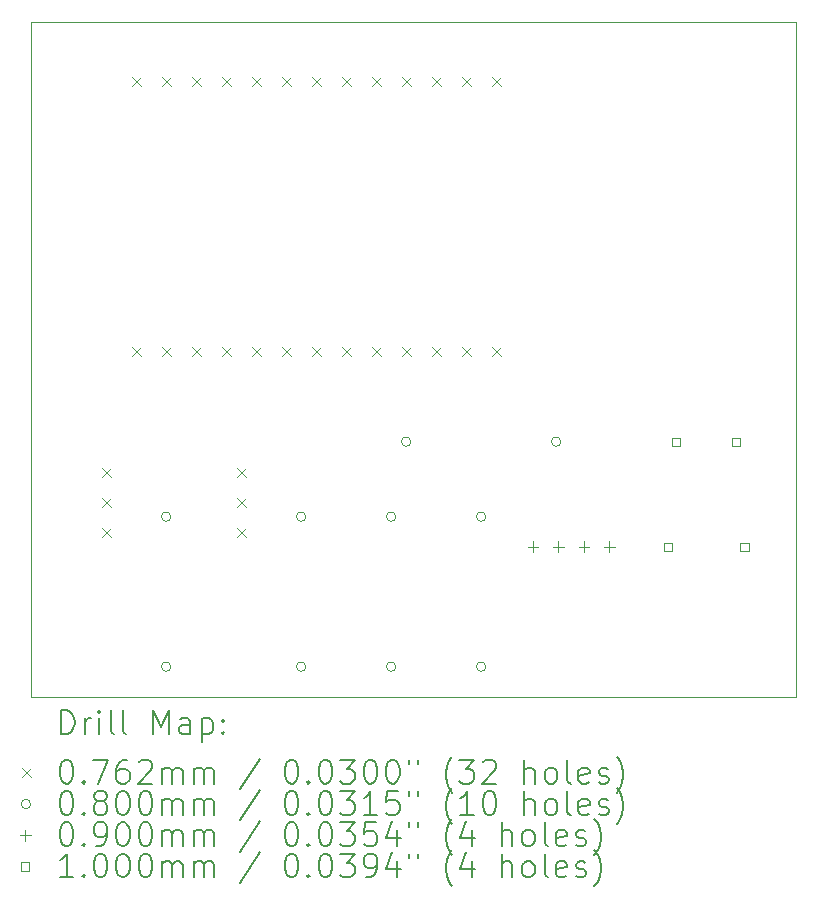
<source format=gbr>
%FSLAX45Y45*%
G04 Gerber Fmt 4.5, Leading zero omitted, Abs format (unit mm)*
G04 Created by KiCad (PCBNEW (6.0.2)) date 2022-06-07 20:48:54*
%MOMM*%
%LPD*%
G01*
G04 APERTURE LIST*
%TA.AperFunction,Profile*%
%ADD10C,0.100000*%
%TD*%
%ADD11C,0.200000*%
%ADD12C,0.076200*%
%ADD13C,0.080000*%
%ADD14C,0.090000*%
%ADD15C,0.100000*%
G04 APERTURE END LIST*
D10*
X5588000Y-6858000D02*
X12065000Y-6858000D01*
X12065000Y-6858000D02*
X12065000Y-12573000D01*
X12065000Y-12573000D02*
X5588000Y-12573000D01*
X5588000Y-12573000D02*
X5588000Y-6858000D01*
D11*
D12*
X6184900Y-10639400D02*
X6261100Y-10715600D01*
X6261100Y-10639400D02*
X6184900Y-10715600D01*
X6184900Y-10893400D02*
X6261100Y-10969600D01*
X6261100Y-10893400D02*
X6184900Y-10969600D01*
X6184900Y-11147400D02*
X6261100Y-11223600D01*
X6261100Y-11147400D02*
X6184900Y-11223600D01*
X6438900Y-7327900D02*
X6515100Y-7404100D01*
X6515100Y-7327900D02*
X6438900Y-7404100D01*
X6438900Y-9613900D02*
X6515100Y-9690100D01*
X6515100Y-9613900D02*
X6438900Y-9690100D01*
X6692900Y-7327900D02*
X6769100Y-7404100D01*
X6769100Y-7327900D02*
X6692900Y-7404100D01*
X6692900Y-9613900D02*
X6769100Y-9690100D01*
X6769100Y-9613900D02*
X6692900Y-9690100D01*
X6946900Y-7327900D02*
X7023100Y-7404100D01*
X7023100Y-7327900D02*
X6946900Y-7404100D01*
X6946900Y-9613900D02*
X7023100Y-9690100D01*
X7023100Y-9613900D02*
X6946900Y-9690100D01*
X7200900Y-7327900D02*
X7277100Y-7404100D01*
X7277100Y-7327900D02*
X7200900Y-7404100D01*
X7200900Y-9613900D02*
X7277100Y-9690100D01*
X7277100Y-9613900D02*
X7200900Y-9690100D01*
X7327900Y-10639400D02*
X7404100Y-10715600D01*
X7404100Y-10639400D02*
X7327900Y-10715600D01*
X7327900Y-10893400D02*
X7404100Y-10969600D01*
X7404100Y-10893400D02*
X7327900Y-10969600D01*
X7327900Y-11147400D02*
X7404100Y-11223600D01*
X7404100Y-11147400D02*
X7327900Y-11223600D01*
X7454900Y-7327900D02*
X7531100Y-7404100D01*
X7531100Y-7327900D02*
X7454900Y-7404100D01*
X7454900Y-9613900D02*
X7531100Y-9690100D01*
X7531100Y-9613900D02*
X7454900Y-9690100D01*
X7708900Y-7327900D02*
X7785100Y-7404100D01*
X7785100Y-7327900D02*
X7708900Y-7404100D01*
X7708900Y-9613900D02*
X7785100Y-9690100D01*
X7785100Y-9613900D02*
X7708900Y-9690100D01*
X7962900Y-7327900D02*
X8039100Y-7404100D01*
X8039100Y-7327900D02*
X7962900Y-7404100D01*
X7962900Y-9613900D02*
X8039100Y-9690100D01*
X8039100Y-9613900D02*
X7962900Y-9690100D01*
X8216900Y-7327900D02*
X8293100Y-7404100D01*
X8293100Y-7327900D02*
X8216900Y-7404100D01*
X8216900Y-9613900D02*
X8293100Y-9690100D01*
X8293100Y-9613900D02*
X8216900Y-9690100D01*
X8470900Y-7327900D02*
X8547100Y-7404100D01*
X8547100Y-7327900D02*
X8470900Y-7404100D01*
X8470900Y-9613900D02*
X8547100Y-9690100D01*
X8547100Y-9613900D02*
X8470900Y-9690100D01*
X8724900Y-7327900D02*
X8801100Y-7404100D01*
X8801100Y-7327900D02*
X8724900Y-7404100D01*
X8724900Y-9613900D02*
X8801100Y-9690100D01*
X8801100Y-9613900D02*
X8724900Y-9690100D01*
X8978900Y-7327900D02*
X9055100Y-7404100D01*
X9055100Y-7327900D02*
X8978900Y-7404100D01*
X8978900Y-9613900D02*
X9055100Y-9690100D01*
X9055100Y-9613900D02*
X8978900Y-9690100D01*
X9232900Y-7327900D02*
X9309100Y-7404100D01*
X9309100Y-7327900D02*
X9232900Y-7404100D01*
X9232900Y-9613900D02*
X9309100Y-9690100D01*
X9309100Y-9613900D02*
X9232900Y-9690100D01*
X9486900Y-7327900D02*
X9563100Y-7404100D01*
X9563100Y-7327900D02*
X9486900Y-7404100D01*
X9486900Y-9613900D02*
X9563100Y-9690100D01*
X9563100Y-9613900D02*
X9486900Y-9690100D01*
D13*
X6771000Y-11049000D02*
G75*
G03*
X6771000Y-11049000I-40000J0D01*
G01*
X6771000Y-12319000D02*
G75*
G03*
X6771000Y-12319000I-40000J0D01*
G01*
X7914000Y-11049000D02*
G75*
G03*
X7914000Y-11049000I-40000J0D01*
G01*
X7914000Y-12319000D02*
G75*
G03*
X7914000Y-12319000I-40000J0D01*
G01*
X8676000Y-11049000D02*
G75*
G03*
X8676000Y-11049000I-40000J0D01*
G01*
X8676000Y-12319000D02*
G75*
G03*
X8676000Y-12319000I-40000J0D01*
G01*
X8803000Y-10414000D02*
G75*
G03*
X8803000Y-10414000I-40000J0D01*
G01*
X9438000Y-11049000D02*
G75*
G03*
X9438000Y-11049000I-40000J0D01*
G01*
X9438000Y-12319000D02*
G75*
G03*
X9438000Y-12319000I-40000J0D01*
G01*
X10073000Y-10414000D02*
G75*
G03*
X10073000Y-10414000I-40000J0D01*
G01*
D14*
X9836000Y-11258000D02*
X9836000Y-11348000D01*
X9791000Y-11303000D02*
X9881000Y-11303000D01*
X10051900Y-11258000D02*
X10051900Y-11348000D01*
X10006900Y-11303000D02*
X10096900Y-11303000D01*
X10267800Y-11258000D02*
X10267800Y-11348000D01*
X10222800Y-11303000D02*
X10312800Y-11303000D01*
X10483700Y-11258000D02*
X10483700Y-11348000D01*
X10438700Y-11303000D02*
X10528700Y-11303000D01*
D15*
X11013356Y-11338356D02*
X11013356Y-11267644D01*
X10942644Y-11267644D01*
X10942644Y-11338356D01*
X11013356Y-11338356D01*
X11081356Y-10449356D02*
X11081356Y-10378644D01*
X11010644Y-10378644D01*
X11010644Y-10449356D01*
X11081356Y-10449356D01*
X11589356Y-10449356D02*
X11589356Y-10378644D01*
X11518644Y-10378644D01*
X11518644Y-10449356D01*
X11589356Y-10449356D01*
X11663356Y-11338356D02*
X11663356Y-11267644D01*
X11592644Y-11267644D01*
X11592644Y-11338356D01*
X11663356Y-11338356D01*
D11*
X5840619Y-12888476D02*
X5840619Y-12688476D01*
X5888238Y-12688476D01*
X5916809Y-12698000D01*
X5935857Y-12717048D01*
X5945381Y-12736095D01*
X5954905Y-12774190D01*
X5954905Y-12802762D01*
X5945381Y-12840857D01*
X5935857Y-12859905D01*
X5916809Y-12878952D01*
X5888238Y-12888476D01*
X5840619Y-12888476D01*
X6040619Y-12888476D02*
X6040619Y-12755143D01*
X6040619Y-12793238D02*
X6050143Y-12774190D01*
X6059667Y-12764667D01*
X6078714Y-12755143D01*
X6097762Y-12755143D01*
X6164428Y-12888476D02*
X6164428Y-12755143D01*
X6164428Y-12688476D02*
X6154905Y-12698000D01*
X6164428Y-12707524D01*
X6173952Y-12698000D01*
X6164428Y-12688476D01*
X6164428Y-12707524D01*
X6288238Y-12888476D02*
X6269190Y-12878952D01*
X6259667Y-12859905D01*
X6259667Y-12688476D01*
X6393000Y-12888476D02*
X6373952Y-12878952D01*
X6364428Y-12859905D01*
X6364428Y-12688476D01*
X6621571Y-12888476D02*
X6621571Y-12688476D01*
X6688238Y-12831333D01*
X6754905Y-12688476D01*
X6754905Y-12888476D01*
X6935857Y-12888476D02*
X6935857Y-12783714D01*
X6926333Y-12764667D01*
X6907286Y-12755143D01*
X6869190Y-12755143D01*
X6850143Y-12764667D01*
X6935857Y-12878952D02*
X6916809Y-12888476D01*
X6869190Y-12888476D01*
X6850143Y-12878952D01*
X6840619Y-12859905D01*
X6840619Y-12840857D01*
X6850143Y-12821809D01*
X6869190Y-12812286D01*
X6916809Y-12812286D01*
X6935857Y-12802762D01*
X7031095Y-12755143D02*
X7031095Y-12955143D01*
X7031095Y-12764667D02*
X7050143Y-12755143D01*
X7088238Y-12755143D01*
X7107286Y-12764667D01*
X7116809Y-12774190D01*
X7126333Y-12793238D01*
X7126333Y-12850381D01*
X7116809Y-12869428D01*
X7107286Y-12878952D01*
X7088238Y-12888476D01*
X7050143Y-12888476D01*
X7031095Y-12878952D01*
X7212048Y-12869428D02*
X7221571Y-12878952D01*
X7212048Y-12888476D01*
X7202524Y-12878952D01*
X7212048Y-12869428D01*
X7212048Y-12888476D01*
X7212048Y-12764667D02*
X7221571Y-12774190D01*
X7212048Y-12783714D01*
X7202524Y-12774190D01*
X7212048Y-12764667D01*
X7212048Y-12783714D01*
D12*
X5506800Y-13179900D02*
X5583000Y-13256100D01*
X5583000Y-13179900D02*
X5506800Y-13256100D01*
D11*
X5878714Y-13108476D02*
X5897762Y-13108476D01*
X5916809Y-13118000D01*
X5926333Y-13127524D01*
X5935857Y-13146571D01*
X5945381Y-13184667D01*
X5945381Y-13232286D01*
X5935857Y-13270381D01*
X5926333Y-13289428D01*
X5916809Y-13298952D01*
X5897762Y-13308476D01*
X5878714Y-13308476D01*
X5859667Y-13298952D01*
X5850143Y-13289428D01*
X5840619Y-13270381D01*
X5831095Y-13232286D01*
X5831095Y-13184667D01*
X5840619Y-13146571D01*
X5850143Y-13127524D01*
X5859667Y-13118000D01*
X5878714Y-13108476D01*
X6031095Y-13289428D02*
X6040619Y-13298952D01*
X6031095Y-13308476D01*
X6021571Y-13298952D01*
X6031095Y-13289428D01*
X6031095Y-13308476D01*
X6107286Y-13108476D02*
X6240619Y-13108476D01*
X6154905Y-13308476D01*
X6402524Y-13108476D02*
X6364428Y-13108476D01*
X6345381Y-13118000D01*
X6335857Y-13127524D01*
X6316809Y-13156095D01*
X6307286Y-13194190D01*
X6307286Y-13270381D01*
X6316809Y-13289428D01*
X6326333Y-13298952D01*
X6345381Y-13308476D01*
X6383476Y-13308476D01*
X6402524Y-13298952D01*
X6412048Y-13289428D01*
X6421571Y-13270381D01*
X6421571Y-13222762D01*
X6412048Y-13203714D01*
X6402524Y-13194190D01*
X6383476Y-13184667D01*
X6345381Y-13184667D01*
X6326333Y-13194190D01*
X6316809Y-13203714D01*
X6307286Y-13222762D01*
X6497762Y-13127524D02*
X6507286Y-13118000D01*
X6526333Y-13108476D01*
X6573952Y-13108476D01*
X6593000Y-13118000D01*
X6602524Y-13127524D01*
X6612048Y-13146571D01*
X6612048Y-13165619D01*
X6602524Y-13194190D01*
X6488238Y-13308476D01*
X6612048Y-13308476D01*
X6697762Y-13308476D02*
X6697762Y-13175143D01*
X6697762Y-13194190D02*
X6707286Y-13184667D01*
X6726333Y-13175143D01*
X6754905Y-13175143D01*
X6773952Y-13184667D01*
X6783476Y-13203714D01*
X6783476Y-13308476D01*
X6783476Y-13203714D02*
X6793000Y-13184667D01*
X6812048Y-13175143D01*
X6840619Y-13175143D01*
X6859667Y-13184667D01*
X6869190Y-13203714D01*
X6869190Y-13308476D01*
X6964428Y-13308476D02*
X6964428Y-13175143D01*
X6964428Y-13194190D02*
X6973952Y-13184667D01*
X6993000Y-13175143D01*
X7021571Y-13175143D01*
X7040619Y-13184667D01*
X7050143Y-13203714D01*
X7050143Y-13308476D01*
X7050143Y-13203714D02*
X7059667Y-13184667D01*
X7078714Y-13175143D01*
X7107286Y-13175143D01*
X7126333Y-13184667D01*
X7135857Y-13203714D01*
X7135857Y-13308476D01*
X7526333Y-13098952D02*
X7354905Y-13356095D01*
X7783476Y-13108476D02*
X7802524Y-13108476D01*
X7821571Y-13118000D01*
X7831095Y-13127524D01*
X7840619Y-13146571D01*
X7850143Y-13184667D01*
X7850143Y-13232286D01*
X7840619Y-13270381D01*
X7831095Y-13289428D01*
X7821571Y-13298952D01*
X7802524Y-13308476D01*
X7783476Y-13308476D01*
X7764428Y-13298952D01*
X7754905Y-13289428D01*
X7745381Y-13270381D01*
X7735857Y-13232286D01*
X7735857Y-13184667D01*
X7745381Y-13146571D01*
X7754905Y-13127524D01*
X7764428Y-13118000D01*
X7783476Y-13108476D01*
X7935857Y-13289428D02*
X7945381Y-13298952D01*
X7935857Y-13308476D01*
X7926333Y-13298952D01*
X7935857Y-13289428D01*
X7935857Y-13308476D01*
X8069190Y-13108476D02*
X8088238Y-13108476D01*
X8107286Y-13118000D01*
X8116809Y-13127524D01*
X8126333Y-13146571D01*
X8135857Y-13184667D01*
X8135857Y-13232286D01*
X8126333Y-13270381D01*
X8116809Y-13289428D01*
X8107286Y-13298952D01*
X8088238Y-13308476D01*
X8069190Y-13308476D01*
X8050143Y-13298952D01*
X8040619Y-13289428D01*
X8031095Y-13270381D01*
X8021571Y-13232286D01*
X8021571Y-13184667D01*
X8031095Y-13146571D01*
X8040619Y-13127524D01*
X8050143Y-13118000D01*
X8069190Y-13108476D01*
X8202524Y-13108476D02*
X8326333Y-13108476D01*
X8259667Y-13184667D01*
X8288238Y-13184667D01*
X8307286Y-13194190D01*
X8316809Y-13203714D01*
X8326333Y-13222762D01*
X8326333Y-13270381D01*
X8316809Y-13289428D01*
X8307286Y-13298952D01*
X8288238Y-13308476D01*
X8231095Y-13308476D01*
X8212048Y-13298952D01*
X8202524Y-13289428D01*
X8450143Y-13108476D02*
X8469190Y-13108476D01*
X8488238Y-13118000D01*
X8497762Y-13127524D01*
X8507286Y-13146571D01*
X8516810Y-13184667D01*
X8516810Y-13232286D01*
X8507286Y-13270381D01*
X8497762Y-13289428D01*
X8488238Y-13298952D01*
X8469190Y-13308476D01*
X8450143Y-13308476D01*
X8431095Y-13298952D01*
X8421571Y-13289428D01*
X8412048Y-13270381D01*
X8402524Y-13232286D01*
X8402524Y-13184667D01*
X8412048Y-13146571D01*
X8421571Y-13127524D01*
X8431095Y-13118000D01*
X8450143Y-13108476D01*
X8640619Y-13108476D02*
X8659667Y-13108476D01*
X8678714Y-13118000D01*
X8688238Y-13127524D01*
X8697762Y-13146571D01*
X8707286Y-13184667D01*
X8707286Y-13232286D01*
X8697762Y-13270381D01*
X8688238Y-13289428D01*
X8678714Y-13298952D01*
X8659667Y-13308476D01*
X8640619Y-13308476D01*
X8621571Y-13298952D01*
X8612048Y-13289428D01*
X8602524Y-13270381D01*
X8593000Y-13232286D01*
X8593000Y-13184667D01*
X8602524Y-13146571D01*
X8612048Y-13127524D01*
X8621571Y-13118000D01*
X8640619Y-13108476D01*
X8783476Y-13108476D02*
X8783476Y-13146571D01*
X8859667Y-13108476D02*
X8859667Y-13146571D01*
X9154905Y-13384667D02*
X9145381Y-13375143D01*
X9126333Y-13346571D01*
X9116810Y-13327524D01*
X9107286Y-13298952D01*
X9097762Y-13251333D01*
X9097762Y-13213238D01*
X9107286Y-13165619D01*
X9116810Y-13137048D01*
X9126333Y-13118000D01*
X9145381Y-13089428D01*
X9154905Y-13079905D01*
X9212048Y-13108476D02*
X9335857Y-13108476D01*
X9269190Y-13184667D01*
X9297762Y-13184667D01*
X9316810Y-13194190D01*
X9326333Y-13203714D01*
X9335857Y-13222762D01*
X9335857Y-13270381D01*
X9326333Y-13289428D01*
X9316810Y-13298952D01*
X9297762Y-13308476D01*
X9240619Y-13308476D01*
X9221571Y-13298952D01*
X9212048Y-13289428D01*
X9412048Y-13127524D02*
X9421571Y-13118000D01*
X9440619Y-13108476D01*
X9488238Y-13108476D01*
X9507286Y-13118000D01*
X9516810Y-13127524D01*
X9526333Y-13146571D01*
X9526333Y-13165619D01*
X9516810Y-13194190D01*
X9402524Y-13308476D01*
X9526333Y-13308476D01*
X9764429Y-13308476D02*
X9764429Y-13108476D01*
X9850143Y-13308476D02*
X9850143Y-13203714D01*
X9840619Y-13184667D01*
X9821571Y-13175143D01*
X9793000Y-13175143D01*
X9773952Y-13184667D01*
X9764429Y-13194190D01*
X9973952Y-13308476D02*
X9954905Y-13298952D01*
X9945381Y-13289428D01*
X9935857Y-13270381D01*
X9935857Y-13213238D01*
X9945381Y-13194190D01*
X9954905Y-13184667D01*
X9973952Y-13175143D01*
X10002524Y-13175143D01*
X10021571Y-13184667D01*
X10031095Y-13194190D01*
X10040619Y-13213238D01*
X10040619Y-13270381D01*
X10031095Y-13289428D01*
X10021571Y-13298952D01*
X10002524Y-13308476D01*
X9973952Y-13308476D01*
X10154905Y-13308476D02*
X10135857Y-13298952D01*
X10126333Y-13279905D01*
X10126333Y-13108476D01*
X10307286Y-13298952D02*
X10288238Y-13308476D01*
X10250143Y-13308476D01*
X10231095Y-13298952D01*
X10221571Y-13279905D01*
X10221571Y-13203714D01*
X10231095Y-13184667D01*
X10250143Y-13175143D01*
X10288238Y-13175143D01*
X10307286Y-13184667D01*
X10316810Y-13203714D01*
X10316810Y-13222762D01*
X10221571Y-13241809D01*
X10393000Y-13298952D02*
X10412048Y-13308476D01*
X10450143Y-13308476D01*
X10469190Y-13298952D01*
X10478714Y-13279905D01*
X10478714Y-13270381D01*
X10469190Y-13251333D01*
X10450143Y-13241809D01*
X10421571Y-13241809D01*
X10402524Y-13232286D01*
X10393000Y-13213238D01*
X10393000Y-13203714D01*
X10402524Y-13184667D01*
X10421571Y-13175143D01*
X10450143Y-13175143D01*
X10469190Y-13184667D01*
X10545381Y-13384667D02*
X10554905Y-13375143D01*
X10573952Y-13346571D01*
X10583476Y-13327524D01*
X10593000Y-13298952D01*
X10602524Y-13251333D01*
X10602524Y-13213238D01*
X10593000Y-13165619D01*
X10583476Y-13137048D01*
X10573952Y-13118000D01*
X10554905Y-13089428D01*
X10545381Y-13079905D01*
D13*
X5583000Y-13482000D02*
G75*
G03*
X5583000Y-13482000I-40000J0D01*
G01*
D11*
X5878714Y-13372476D02*
X5897762Y-13372476D01*
X5916809Y-13382000D01*
X5926333Y-13391524D01*
X5935857Y-13410571D01*
X5945381Y-13448667D01*
X5945381Y-13496286D01*
X5935857Y-13534381D01*
X5926333Y-13553428D01*
X5916809Y-13562952D01*
X5897762Y-13572476D01*
X5878714Y-13572476D01*
X5859667Y-13562952D01*
X5850143Y-13553428D01*
X5840619Y-13534381D01*
X5831095Y-13496286D01*
X5831095Y-13448667D01*
X5840619Y-13410571D01*
X5850143Y-13391524D01*
X5859667Y-13382000D01*
X5878714Y-13372476D01*
X6031095Y-13553428D02*
X6040619Y-13562952D01*
X6031095Y-13572476D01*
X6021571Y-13562952D01*
X6031095Y-13553428D01*
X6031095Y-13572476D01*
X6154905Y-13458190D02*
X6135857Y-13448667D01*
X6126333Y-13439143D01*
X6116809Y-13420095D01*
X6116809Y-13410571D01*
X6126333Y-13391524D01*
X6135857Y-13382000D01*
X6154905Y-13372476D01*
X6193000Y-13372476D01*
X6212048Y-13382000D01*
X6221571Y-13391524D01*
X6231095Y-13410571D01*
X6231095Y-13420095D01*
X6221571Y-13439143D01*
X6212048Y-13448667D01*
X6193000Y-13458190D01*
X6154905Y-13458190D01*
X6135857Y-13467714D01*
X6126333Y-13477238D01*
X6116809Y-13496286D01*
X6116809Y-13534381D01*
X6126333Y-13553428D01*
X6135857Y-13562952D01*
X6154905Y-13572476D01*
X6193000Y-13572476D01*
X6212048Y-13562952D01*
X6221571Y-13553428D01*
X6231095Y-13534381D01*
X6231095Y-13496286D01*
X6221571Y-13477238D01*
X6212048Y-13467714D01*
X6193000Y-13458190D01*
X6354905Y-13372476D02*
X6373952Y-13372476D01*
X6393000Y-13382000D01*
X6402524Y-13391524D01*
X6412048Y-13410571D01*
X6421571Y-13448667D01*
X6421571Y-13496286D01*
X6412048Y-13534381D01*
X6402524Y-13553428D01*
X6393000Y-13562952D01*
X6373952Y-13572476D01*
X6354905Y-13572476D01*
X6335857Y-13562952D01*
X6326333Y-13553428D01*
X6316809Y-13534381D01*
X6307286Y-13496286D01*
X6307286Y-13448667D01*
X6316809Y-13410571D01*
X6326333Y-13391524D01*
X6335857Y-13382000D01*
X6354905Y-13372476D01*
X6545381Y-13372476D02*
X6564428Y-13372476D01*
X6583476Y-13382000D01*
X6593000Y-13391524D01*
X6602524Y-13410571D01*
X6612048Y-13448667D01*
X6612048Y-13496286D01*
X6602524Y-13534381D01*
X6593000Y-13553428D01*
X6583476Y-13562952D01*
X6564428Y-13572476D01*
X6545381Y-13572476D01*
X6526333Y-13562952D01*
X6516809Y-13553428D01*
X6507286Y-13534381D01*
X6497762Y-13496286D01*
X6497762Y-13448667D01*
X6507286Y-13410571D01*
X6516809Y-13391524D01*
X6526333Y-13382000D01*
X6545381Y-13372476D01*
X6697762Y-13572476D02*
X6697762Y-13439143D01*
X6697762Y-13458190D02*
X6707286Y-13448667D01*
X6726333Y-13439143D01*
X6754905Y-13439143D01*
X6773952Y-13448667D01*
X6783476Y-13467714D01*
X6783476Y-13572476D01*
X6783476Y-13467714D02*
X6793000Y-13448667D01*
X6812048Y-13439143D01*
X6840619Y-13439143D01*
X6859667Y-13448667D01*
X6869190Y-13467714D01*
X6869190Y-13572476D01*
X6964428Y-13572476D02*
X6964428Y-13439143D01*
X6964428Y-13458190D02*
X6973952Y-13448667D01*
X6993000Y-13439143D01*
X7021571Y-13439143D01*
X7040619Y-13448667D01*
X7050143Y-13467714D01*
X7050143Y-13572476D01*
X7050143Y-13467714D02*
X7059667Y-13448667D01*
X7078714Y-13439143D01*
X7107286Y-13439143D01*
X7126333Y-13448667D01*
X7135857Y-13467714D01*
X7135857Y-13572476D01*
X7526333Y-13362952D02*
X7354905Y-13620095D01*
X7783476Y-13372476D02*
X7802524Y-13372476D01*
X7821571Y-13382000D01*
X7831095Y-13391524D01*
X7840619Y-13410571D01*
X7850143Y-13448667D01*
X7850143Y-13496286D01*
X7840619Y-13534381D01*
X7831095Y-13553428D01*
X7821571Y-13562952D01*
X7802524Y-13572476D01*
X7783476Y-13572476D01*
X7764428Y-13562952D01*
X7754905Y-13553428D01*
X7745381Y-13534381D01*
X7735857Y-13496286D01*
X7735857Y-13448667D01*
X7745381Y-13410571D01*
X7754905Y-13391524D01*
X7764428Y-13382000D01*
X7783476Y-13372476D01*
X7935857Y-13553428D02*
X7945381Y-13562952D01*
X7935857Y-13572476D01*
X7926333Y-13562952D01*
X7935857Y-13553428D01*
X7935857Y-13572476D01*
X8069190Y-13372476D02*
X8088238Y-13372476D01*
X8107286Y-13382000D01*
X8116809Y-13391524D01*
X8126333Y-13410571D01*
X8135857Y-13448667D01*
X8135857Y-13496286D01*
X8126333Y-13534381D01*
X8116809Y-13553428D01*
X8107286Y-13562952D01*
X8088238Y-13572476D01*
X8069190Y-13572476D01*
X8050143Y-13562952D01*
X8040619Y-13553428D01*
X8031095Y-13534381D01*
X8021571Y-13496286D01*
X8021571Y-13448667D01*
X8031095Y-13410571D01*
X8040619Y-13391524D01*
X8050143Y-13382000D01*
X8069190Y-13372476D01*
X8202524Y-13372476D02*
X8326333Y-13372476D01*
X8259667Y-13448667D01*
X8288238Y-13448667D01*
X8307286Y-13458190D01*
X8316809Y-13467714D01*
X8326333Y-13486762D01*
X8326333Y-13534381D01*
X8316809Y-13553428D01*
X8307286Y-13562952D01*
X8288238Y-13572476D01*
X8231095Y-13572476D01*
X8212048Y-13562952D01*
X8202524Y-13553428D01*
X8516810Y-13572476D02*
X8402524Y-13572476D01*
X8459667Y-13572476D02*
X8459667Y-13372476D01*
X8440619Y-13401048D01*
X8421571Y-13420095D01*
X8402524Y-13429619D01*
X8697762Y-13372476D02*
X8602524Y-13372476D01*
X8593000Y-13467714D01*
X8602524Y-13458190D01*
X8621571Y-13448667D01*
X8669190Y-13448667D01*
X8688238Y-13458190D01*
X8697762Y-13467714D01*
X8707286Y-13486762D01*
X8707286Y-13534381D01*
X8697762Y-13553428D01*
X8688238Y-13562952D01*
X8669190Y-13572476D01*
X8621571Y-13572476D01*
X8602524Y-13562952D01*
X8593000Y-13553428D01*
X8783476Y-13372476D02*
X8783476Y-13410571D01*
X8859667Y-13372476D02*
X8859667Y-13410571D01*
X9154905Y-13648667D02*
X9145381Y-13639143D01*
X9126333Y-13610571D01*
X9116810Y-13591524D01*
X9107286Y-13562952D01*
X9097762Y-13515333D01*
X9097762Y-13477238D01*
X9107286Y-13429619D01*
X9116810Y-13401048D01*
X9126333Y-13382000D01*
X9145381Y-13353428D01*
X9154905Y-13343905D01*
X9335857Y-13572476D02*
X9221571Y-13572476D01*
X9278714Y-13572476D02*
X9278714Y-13372476D01*
X9259667Y-13401048D01*
X9240619Y-13420095D01*
X9221571Y-13429619D01*
X9459667Y-13372476D02*
X9478714Y-13372476D01*
X9497762Y-13382000D01*
X9507286Y-13391524D01*
X9516810Y-13410571D01*
X9526333Y-13448667D01*
X9526333Y-13496286D01*
X9516810Y-13534381D01*
X9507286Y-13553428D01*
X9497762Y-13562952D01*
X9478714Y-13572476D01*
X9459667Y-13572476D01*
X9440619Y-13562952D01*
X9431095Y-13553428D01*
X9421571Y-13534381D01*
X9412048Y-13496286D01*
X9412048Y-13448667D01*
X9421571Y-13410571D01*
X9431095Y-13391524D01*
X9440619Y-13382000D01*
X9459667Y-13372476D01*
X9764429Y-13572476D02*
X9764429Y-13372476D01*
X9850143Y-13572476D02*
X9850143Y-13467714D01*
X9840619Y-13448667D01*
X9821571Y-13439143D01*
X9793000Y-13439143D01*
X9773952Y-13448667D01*
X9764429Y-13458190D01*
X9973952Y-13572476D02*
X9954905Y-13562952D01*
X9945381Y-13553428D01*
X9935857Y-13534381D01*
X9935857Y-13477238D01*
X9945381Y-13458190D01*
X9954905Y-13448667D01*
X9973952Y-13439143D01*
X10002524Y-13439143D01*
X10021571Y-13448667D01*
X10031095Y-13458190D01*
X10040619Y-13477238D01*
X10040619Y-13534381D01*
X10031095Y-13553428D01*
X10021571Y-13562952D01*
X10002524Y-13572476D01*
X9973952Y-13572476D01*
X10154905Y-13572476D02*
X10135857Y-13562952D01*
X10126333Y-13543905D01*
X10126333Y-13372476D01*
X10307286Y-13562952D02*
X10288238Y-13572476D01*
X10250143Y-13572476D01*
X10231095Y-13562952D01*
X10221571Y-13543905D01*
X10221571Y-13467714D01*
X10231095Y-13448667D01*
X10250143Y-13439143D01*
X10288238Y-13439143D01*
X10307286Y-13448667D01*
X10316810Y-13467714D01*
X10316810Y-13486762D01*
X10221571Y-13505809D01*
X10393000Y-13562952D02*
X10412048Y-13572476D01*
X10450143Y-13572476D01*
X10469190Y-13562952D01*
X10478714Y-13543905D01*
X10478714Y-13534381D01*
X10469190Y-13515333D01*
X10450143Y-13505809D01*
X10421571Y-13505809D01*
X10402524Y-13496286D01*
X10393000Y-13477238D01*
X10393000Y-13467714D01*
X10402524Y-13448667D01*
X10421571Y-13439143D01*
X10450143Y-13439143D01*
X10469190Y-13448667D01*
X10545381Y-13648667D02*
X10554905Y-13639143D01*
X10573952Y-13610571D01*
X10583476Y-13591524D01*
X10593000Y-13562952D01*
X10602524Y-13515333D01*
X10602524Y-13477238D01*
X10593000Y-13429619D01*
X10583476Y-13401048D01*
X10573952Y-13382000D01*
X10554905Y-13353428D01*
X10545381Y-13343905D01*
D14*
X5538000Y-13701000D02*
X5538000Y-13791000D01*
X5493000Y-13746000D02*
X5583000Y-13746000D01*
D11*
X5878714Y-13636476D02*
X5897762Y-13636476D01*
X5916809Y-13646000D01*
X5926333Y-13655524D01*
X5935857Y-13674571D01*
X5945381Y-13712667D01*
X5945381Y-13760286D01*
X5935857Y-13798381D01*
X5926333Y-13817428D01*
X5916809Y-13826952D01*
X5897762Y-13836476D01*
X5878714Y-13836476D01*
X5859667Y-13826952D01*
X5850143Y-13817428D01*
X5840619Y-13798381D01*
X5831095Y-13760286D01*
X5831095Y-13712667D01*
X5840619Y-13674571D01*
X5850143Y-13655524D01*
X5859667Y-13646000D01*
X5878714Y-13636476D01*
X6031095Y-13817428D02*
X6040619Y-13826952D01*
X6031095Y-13836476D01*
X6021571Y-13826952D01*
X6031095Y-13817428D01*
X6031095Y-13836476D01*
X6135857Y-13836476D02*
X6173952Y-13836476D01*
X6193000Y-13826952D01*
X6202524Y-13817428D01*
X6221571Y-13788857D01*
X6231095Y-13750762D01*
X6231095Y-13674571D01*
X6221571Y-13655524D01*
X6212048Y-13646000D01*
X6193000Y-13636476D01*
X6154905Y-13636476D01*
X6135857Y-13646000D01*
X6126333Y-13655524D01*
X6116809Y-13674571D01*
X6116809Y-13722190D01*
X6126333Y-13741238D01*
X6135857Y-13750762D01*
X6154905Y-13760286D01*
X6193000Y-13760286D01*
X6212048Y-13750762D01*
X6221571Y-13741238D01*
X6231095Y-13722190D01*
X6354905Y-13636476D02*
X6373952Y-13636476D01*
X6393000Y-13646000D01*
X6402524Y-13655524D01*
X6412048Y-13674571D01*
X6421571Y-13712667D01*
X6421571Y-13760286D01*
X6412048Y-13798381D01*
X6402524Y-13817428D01*
X6393000Y-13826952D01*
X6373952Y-13836476D01*
X6354905Y-13836476D01*
X6335857Y-13826952D01*
X6326333Y-13817428D01*
X6316809Y-13798381D01*
X6307286Y-13760286D01*
X6307286Y-13712667D01*
X6316809Y-13674571D01*
X6326333Y-13655524D01*
X6335857Y-13646000D01*
X6354905Y-13636476D01*
X6545381Y-13636476D02*
X6564428Y-13636476D01*
X6583476Y-13646000D01*
X6593000Y-13655524D01*
X6602524Y-13674571D01*
X6612048Y-13712667D01*
X6612048Y-13760286D01*
X6602524Y-13798381D01*
X6593000Y-13817428D01*
X6583476Y-13826952D01*
X6564428Y-13836476D01*
X6545381Y-13836476D01*
X6526333Y-13826952D01*
X6516809Y-13817428D01*
X6507286Y-13798381D01*
X6497762Y-13760286D01*
X6497762Y-13712667D01*
X6507286Y-13674571D01*
X6516809Y-13655524D01*
X6526333Y-13646000D01*
X6545381Y-13636476D01*
X6697762Y-13836476D02*
X6697762Y-13703143D01*
X6697762Y-13722190D02*
X6707286Y-13712667D01*
X6726333Y-13703143D01*
X6754905Y-13703143D01*
X6773952Y-13712667D01*
X6783476Y-13731714D01*
X6783476Y-13836476D01*
X6783476Y-13731714D02*
X6793000Y-13712667D01*
X6812048Y-13703143D01*
X6840619Y-13703143D01*
X6859667Y-13712667D01*
X6869190Y-13731714D01*
X6869190Y-13836476D01*
X6964428Y-13836476D02*
X6964428Y-13703143D01*
X6964428Y-13722190D02*
X6973952Y-13712667D01*
X6993000Y-13703143D01*
X7021571Y-13703143D01*
X7040619Y-13712667D01*
X7050143Y-13731714D01*
X7050143Y-13836476D01*
X7050143Y-13731714D02*
X7059667Y-13712667D01*
X7078714Y-13703143D01*
X7107286Y-13703143D01*
X7126333Y-13712667D01*
X7135857Y-13731714D01*
X7135857Y-13836476D01*
X7526333Y-13626952D02*
X7354905Y-13884095D01*
X7783476Y-13636476D02*
X7802524Y-13636476D01*
X7821571Y-13646000D01*
X7831095Y-13655524D01*
X7840619Y-13674571D01*
X7850143Y-13712667D01*
X7850143Y-13760286D01*
X7840619Y-13798381D01*
X7831095Y-13817428D01*
X7821571Y-13826952D01*
X7802524Y-13836476D01*
X7783476Y-13836476D01*
X7764428Y-13826952D01*
X7754905Y-13817428D01*
X7745381Y-13798381D01*
X7735857Y-13760286D01*
X7735857Y-13712667D01*
X7745381Y-13674571D01*
X7754905Y-13655524D01*
X7764428Y-13646000D01*
X7783476Y-13636476D01*
X7935857Y-13817428D02*
X7945381Y-13826952D01*
X7935857Y-13836476D01*
X7926333Y-13826952D01*
X7935857Y-13817428D01*
X7935857Y-13836476D01*
X8069190Y-13636476D02*
X8088238Y-13636476D01*
X8107286Y-13646000D01*
X8116809Y-13655524D01*
X8126333Y-13674571D01*
X8135857Y-13712667D01*
X8135857Y-13760286D01*
X8126333Y-13798381D01*
X8116809Y-13817428D01*
X8107286Y-13826952D01*
X8088238Y-13836476D01*
X8069190Y-13836476D01*
X8050143Y-13826952D01*
X8040619Y-13817428D01*
X8031095Y-13798381D01*
X8021571Y-13760286D01*
X8021571Y-13712667D01*
X8031095Y-13674571D01*
X8040619Y-13655524D01*
X8050143Y-13646000D01*
X8069190Y-13636476D01*
X8202524Y-13636476D02*
X8326333Y-13636476D01*
X8259667Y-13712667D01*
X8288238Y-13712667D01*
X8307286Y-13722190D01*
X8316809Y-13731714D01*
X8326333Y-13750762D01*
X8326333Y-13798381D01*
X8316809Y-13817428D01*
X8307286Y-13826952D01*
X8288238Y-13836476D01*
X8231095Y-13836476D01*
X8212048Y-13826952D01*
X8202524Y-13817428D01*
X8507286Y-13636476D02*
X8412048Y-13636476D01*
X8402524Y-13731714D01*
X8412048Y-13722190D01*
X8431095Y-13712667D01*
X8478714Y-13712667D01*
X8497762Y-13722190D01*
X8507286Y-13731714D01*
X8516810Y-13750762D01*
X8516810Y-13798381D01*
X8507286Y-13817428D01*
X8497762Y-13826952D01*
X8478714Y-13836476D01*
X8431095Y-13836476D01*
X8412048Y-13826952D01*
X8402524Y-13817428D01*
X8688238Y-13703143D02*
X8688238Y-13836476D01*
X8640619Y-13626952D02*
X8593000Y-13769809D01*
X8716810Y-13769809D01*
X8783476Y-13636476D02*
X8783476Y-13674571D01*
X8859667Y-13636476D02*
X8859667Y-13674571D01*
X9154905Y-13912667D02*
X9145381Y-13903143D01*
X9126333Y-13874571D01*
X9116810Y-13855524D01*
X9107286Y-13826952D01*
X9097762Y-13779333D01*
X9097762Y-13741238D01*
X9107286Y-13693619D01*
X9116810Y-13665048D01*
X9126333Y-13646000D01*
X9145381Y-13617428D01*
X9154905Y-13607905D01*
X9316810Y-13703143D02*
X9316810Y-13836476D01*
X9269190Y-13626952D02*
X9221571Y-13769809D01*
X9345381Y-13769809D01*
X9573952Y-13836476D02*
X9573952Y-13636476D01*
X9659667Y-13836476D02*
X9659667Y-13731714D01*
X9650143Y-13712667D01*
X9631095Y-13703143D01*
X9602524Y-13703143D01*
X9583476Y-13712667D01*
X9573952Y-13722190D01*
X9783476Y-13836476D02*
X9764429Y-13826952D01*
X9754905Y-13817428D01*
X9745381Y-13798381D01*
X9745381Y-13741238D01*
X9754905Y-13722190D01*
X9764429Y-13712667D01*
X9783476Y-13703143D01*
X9812048Y-13703143D01*
X9831095Y-13712667D01*
X9840619Y-13722190D01*
X9850143Y-13741238D01*
X9850143Y-13798381D01*
X9840619Y-13817428D01*
X9831095Y-13826952D01*
X9812048Y-13836476D01*
X9783476Y-13836476D01*
X9964429Y-13836476D02*
X9945381Y-13826952D01*
X9935857Y-13807905D01*
X9935857Y-13636476D01*
X10116810Y-13826952D02*
X10097762Y-13836476D01*
X10059667Y-13836476D01*
X10040619Y-13826952D01*
X10031095Y-13807905D01*
X10031095Y-13731714D01*
X10040619Y-13712667D01*
X10059667Y-13703143D01*
X10097762Y-13703143D01*
X10116810Y-13712667D01*
X10126333Y-13731714D01*
X10126333Y-13750762D01*
X10031095Y-13769809D01*
X10202524Y-13826952D02*
X10221571Y-13836476D01*
X10259667Y-13836476D01*
X10278714Y-13826952D01*
X10288238Y-13807905D01*
X10288238Y-13798381D01*
X10278714Y-13779333D01*
X10259667Y-13769809D01*
X10231095Y-13769809D01*
X10212048Y-13760286D01*
X10202524Y-13741238D01*
X10202524Y-13731714D01*
X10212048Y-13712667D01*
X10231095Y-13703143D01*
X10259667Y-13703143D01*
X10278714Y-13712667D01*
X10354905Y-13912667D02*
X10364429Y-13903143D01*
X10383476Y-13874571D01*
X10393000Y-13855524D01*
X10402524Y-13826952D01*
X10412048Y-13779333D01*
X10412048Y-13741238D01*
X10402524Y-13693619D01*
X10393000Y-13665048D01*
X10383476Y-13646000D01*
X10364429Y-13617428D01*
X10354905Y-13607905D01*
D15*
X5568356Y-14045356D02*
X5568356Y-13974644D01*
X5497644Y-13974644D01*
X5497644Y-14045356D01*
X5568356Y-14045356D01*
D11*
X5945381Y-14100476D02*
X5831095Y-14100476D01*
X5888238Y-14100476D02*
X5888238Y-13900476D01*
X5869190Y-13929048D01*
X5850143Y-13948095D01*
X5831095Y-13957619D01*
X6031095Y-14081428D02*
X6040619Y-14090952D01*
X6031095Y-14100476D01*
X6021571Y-14090952D01*
X6031095Y-14081428D01*
X6031095Y-14100476D01*
X6164428Y-13900476D02*
X6183476Y-13900476D01*
X6202524Y-13910000D01*
X6212048Y-13919524D01*
X6221571Y-13938571D01*
X6231095Y-13976667D01*
X6231095Y-14024286D01*
X6221571Y-14062381D01*
X6212048Y-14081428D01*
X6202524Y-14090952D01*
X6183476Y-14100476D01*
X6164428Y-14100476D01*
X6145381Y-14090952D01*
X6135857Y-14081428D01*
X6126333Y-14062381D01*
X6116809Y-14024286D01*
X6116809Y-13976667D01*
X6126333Y-13938571D01*
X6135857Y-13919524D01*
X6145381Y-13910000D01*
X6164428Y-13900476D01*
X6354905Y-13900476D02*
X6373952Y-13900476D01*
X6393000Y-13910000D01*
X6402524Y-13919524D01*
X6412048Y-13938571D01*
X6421571Y-13976667D01*
X6421571Y-14024286D01*
X6412048Y-14062381D01*
X6402524Y-14081428D01*
X6393000Y-14090952D01*
X6373952Y-14100476D01*
X6354905Y-14100476D01*
X6335857Y-14090952D01*
X6326333Y-14081428D01*
X6316809Y-14062381D01*
X6307286Y-14024286D01*
X6307286Y-13976667D01*
X6316809Y-13938571D01*
X6326333Y-13919524D01*
X6335857Y-13910000D01*
X6354905Y-13900476D01*
X6545381Y-13900476D02*
X6564428Y-13900476D01*
X6583476Y-13910000D01*
X6593000Y-13919524D01*
X6602524Y-13938571D01*
X6612048Y-13976667D01*
X6612048Y-14024286D01*
X6602524Y-14062381D01*
X6593000Y-14081428D01*
X6583476Y-14090952D01*
X6564428Y-14100476D01*
X6545381Y-14100476D01*
X6526333Y-14090952D01*
X6516809Y-14081428D01*
X6507286Y-14062381D01*
X6497762Y-14024286D01*
X6497762Y-13976667D01*
X6507286Y-13938571D01*
X6516809Y-13919524D01*
X6526333Y-13910000D01*
X6545381Y-13900476D01*
X6697762Y-14100476D02*
X6697762Y-13967143D01*
X6697762Y-13986190D02*
X6707286Y-13976667D01*
X6726333Y-13967143D01*
X6754905Y-13967143D01*
X6773952Y-13976667D01*
X6783476Y-13995714D01*
X6783476Y-14100476D01*
X6783476Y-13995714D02*
X6793000Y-13976667D01*
X6812048Y-13967143D01*
X6840619Y-13967143D01*
X6859667Y-13976667D01*
X6869190Y-13995714D01*
X6869190Y-14100476D01*
X6964428Y-14100476D02*
X6964428Y-13967143D01*
X6964428Y-13986190D02*
X6973952Y-13976667D01*
X6993000Y-13967143D01*
X7021571Y-13967143D01*
X7040619Y-13976667D01*
X7050143Y-13995714D01*
X7050143Y-14100476D01*
X7050143Y-13995714D02*
X7059667Y-13976667D01*
X7078714Y-13967143D01*
X7107286Y-13967143D01*
X7126333Y-13976667D01*
X7135857Y-13995714D01*
X7135857Y-14100476D01*
X7526333Y-13890952D02*
X7354905Y-14148095D01*
X7783476Y-13900476D02*
X7802524Y-13900476D01*
X7821571Y-13910000D01*
X7831095Y-13919524D01*
X7840619Y-13938571D01*
X7850143Y-13976667D01*
X7850143Y-14024286D01*
X7840619Y-14062381D01*
X7831095Y-14081428D01*
X7821571Y-14090952D01*
X7802524Y-14100476D01*
X7783476Y-14100476D01*
X7764428Y-14090952D01*
X7754905Y-14081428D01*
X7745381Y-14062381D01*
X7735857Y-14024286D01*
X7735857Y-13976667D01*
X7745381Y-13938571D01*
X7754905Y-13919524D01*
X7764428Y-13910000D01*
X7783476Y-13900476D01*
X7935857Y-14081428D02*
X7945381Y-14090952D01*
X7935857Y-14100476D01*
X7926333Y-14090952D01*
X7935857Y-14081428D01*
X7935857Y-14100476D01*
X8069190Y-13900476D02*
X8088238Y-13900476D01*
X8107286Y-13910000D01*
X8116809Y-13919524D01*
X8126333Y-13938571D01*
X8135857Y-13976667D01*
X8135857Y-14024286D01*
X8126333Y-14062381D01*
X8116809Y-14081428D01*
X8107286Y-14090952D01*
X8088238Y-14100476D01*
X8069190Y-14100476D01*
X8050143Y-14090952D01*
X8040619Y-14081428D01*
X8031095Y-14062381D01*
X8021571Y-14024286D01*
X8021571Y-13976667D01*
X8031095Y-13938571D01*
X8040619Y-13919524D01*
X8050143Y-13910000D01*
X8069190Y-13900476D01*
X8202524Y-13900476D02*
X8326333Y-13900476D01*
X8259667Y-13976667D01*
X8288238Y-13976667D01*
X8307286Y-13986190D01*
X8316809Y-13995714D01*
X8326333Y-14014762D01*
X8326333Y-14062381D01*
X8316809Y-14081428D01*
X8307286Y-14090952D01*
X8288238Y-14100476D01*
X8231095Y-14100476D01*
X8212048Y-14090952D01*
X8202524Y-14081428D01*
X8421571Y-14100476D02*
X8459667Y-14100476D01*
X8478714Y-14090952D01*
X8488238Y-14081428D01*
X8507286Y-14052857D01*
X8516810Y-14014762D01*
X8516810Y-13938571D01*
X8507286Y-13919524D01*
X8497762Y-13910000D01*
X8478714Y-13900476D01*
X8440619Y-13900476D01*
X8421571Y-13910000D01*
X8412048Y-13919524D01*
X8402524Y-13938571D01*
X8402524Y-13986190D01*
X8412048Y-14005238D01*
X8421571Y-14014762D01*
X8440619Y-14024286D01*
X8478714Y-14024286D01*
X8497762Y-14014762D01*
X8507286Y-14005238D01*
X8516810Y-13986190D01*
X8688238Y-13967143D02*
X8688238Y-14100476D01*
X8640619Y-13890952D02*
X8593000Y-14033809D01*
X8716810Y-14033809D01*
X8783476Y-13900476D02*
X8783476Y-13938571D01*
X8859667Y-13900476D02*
X8859667Y-13938571D01*
X9154905Y-14176667D02*
X9145381Y-14167143D01*
X9126333Y-14138571D01*
X9116810Y-14119524D01*
X9107286Y-14090952D01*
X9097762Y-14043333D01*
X9097762Y-14005238D01*
X9107286Y-13957619D01*
X9116810Y-13929048D01*
X9126333Y-13910000D01*
X9145381Y-13881428D01*
X9154905Y-13871905D01*
X9316810Y-13967143D02*
X9316810Y-14100476D01*
X9269190Y-13890952D02*
X9221571Y-14033809D01*
X9345381Y-14033809D01*
X9573952Y-14100476D02*
X9573952Y-13900476D01*
X9659667Y-14100476D02*
X9659667Y-13995714D01*
X9650143Y-13976667D01*
X9631095Y-13967143D01*
X9602524Y-13967143D01*
X9583476Y-13976667D01*
X9573952Y-13986190D01*
X9783476Y-14100476D02*
X9764429Y-14090952D01*
X9754905Y-14081428D01*
X9745381Y-14062381D01*
X9745381Y-14005238D01*
X9754905Y-13986190D01*
X9764429Y-13976667D01*
X9783476Y-13967143D01*
X9812048Y-13967143D01*
X9831095Y-13976667D01*
X9840619Y-13986190D01*
X9850143Y-14005238D01*
X9850143Y-14062381D01*
X9840619Y-14081428D01*
X9831095Y-14090952D01*
X9812048Y-14100476D01*
X9783476Y-14100476D01*
X9964429Y-14100476D02*
X9945381Y-14090952D01*
X9935857Y-14071905D01*
X9935857Y-13900476D01*
X10116810Y-14090952D02*
X10097762Y-14100476D01*
X10059667Y-14100476D01*
X10040619Y-14090952D01*
X10031095Y-14071905D01*
X10031095Y-13995714D01*
X10040619Y-13976667D01*
X10059667Y-13967143D01*
X10097762Y-13967143D01*
X10116810Y-13976667D01*
X10126333Y-13995714D01*
X10126333Y-14014762D01*
X10031095Y-14033809D01*
X10202524Y-14090952D02*
X10221571Y-14100476D01*
X10259667Y-14100476D01*
X10278714Y-14090952D01*
X10288238Y-14071905D01*
X10288238Y-14062381D01*
X10278714Y-14043333D01*
X10259667Y-14033809D01*
X10231095Y-14033809D01*
X10212048Y-14024286D01*
X10202524Y-14005238D01*
X10202524Y-13995714D01*
X10212048Y-13976667D01*
X10231095Y-13967143D01*
X10259667Y-13967143D01*
X10278714Y-13976667D01*
X10354905Y-14176667D02*
X10364429Y-14167143D01*
X10383476Y-14138571D01*
X10393000Y-14119524D01*
X10402524Y-14090952D01*
X10412048Y-14043333D01*
X10412048Y-14005238D01*
X10402524Y-13957619D01*
X10393000Y-13929048D01*
X10383476Y-13910000D01*
X10364429Y-13881428D01*
X10354905Y-13871905D01*
M02*

</source>
